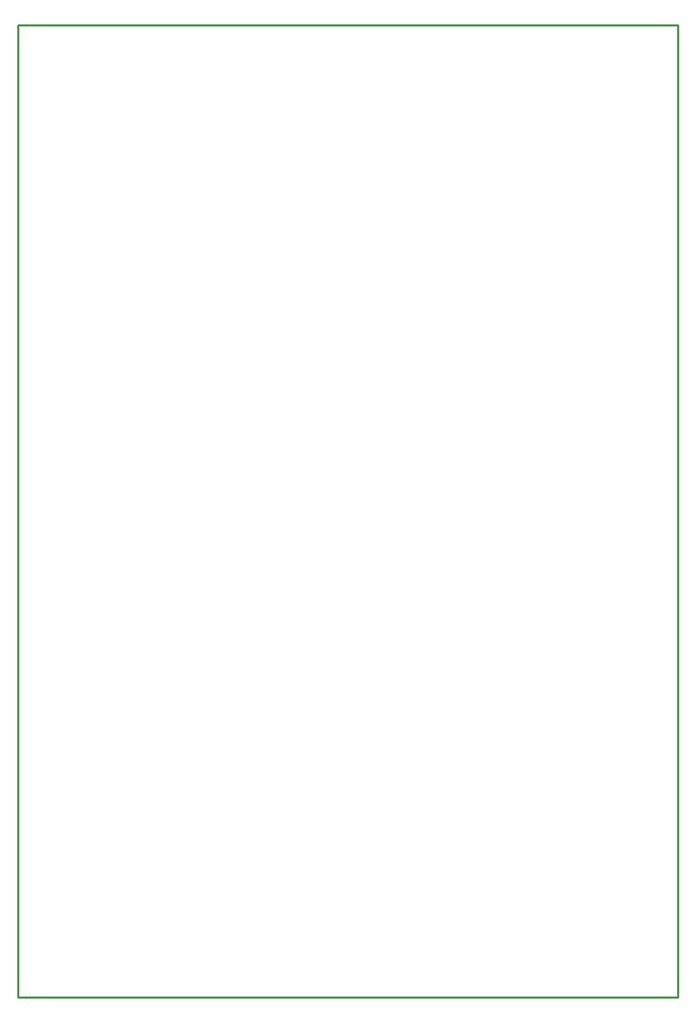
<source format=gbr>
G04 EAGLE Gerber RS-274X export*
G75*
%MOMM*%
%FSLAX34Y34*%
%LPD*%
%IN*%
%IPPOS*%
%AMOC8*
5,1,8,0,0,1.08239X$1,22.5*%
G01*
%ADD10C,0.254000*%


D10*
X0Y0D02*
X780000Y0D01*
X780000Y1150000D01*
X0Y1150000D01*
X0Y0D01*
M02*

</source>
